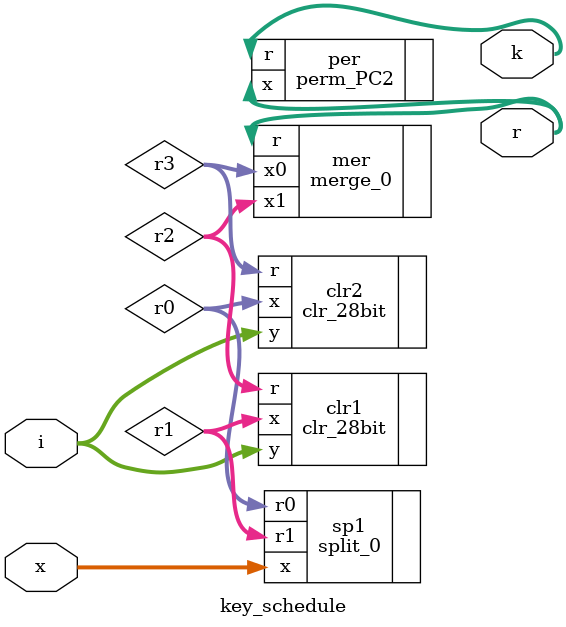
<source format=v>
/* Copyright (C) 2017 Daniel Page <csdsp@bristol.ac.uk>
 *
 * Use of this source code is restricted per the CC BY-NC-ND license, a copy of 
 * which can be found via http://creativecommons.org (and should be included as 
 * LICENSE.txt within the associated archive or repository).
 */

module key_schedule( output wire [ 55 : 0 ] r,
                     output wire [ 47 : 0 ] k,
                      input wire [ 55 : 0 ] x,
                      input wire [  3 : 0 ] i);

  // Stage 1: complete this module implementation

  wire [27:0] r0; 
  wire [27:0] r1; 
  wire [27:0] r2; 
  wire [27:0] r3;

  split_0 sp1(.r1(r1), .r0(r0), .x(x));

  clr_28bit clr1(.r(r2), .y(i), .x(r1));
  clr_28bit clr2(.r(r3), .y(i), .x(r0));

  merge_0 mer(.r(r), .x1(r2), .x0(r3));

  perm_PC2 per(.r(k), .x(r));

endmodule

</source>
